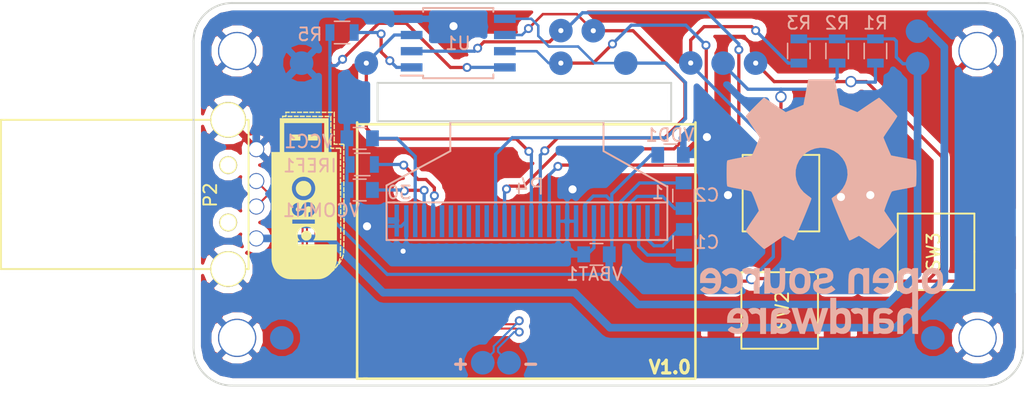
<source format=kicad_pcb>
(kicad_pcb (version 4) (host pcbnew 4.0.7)
  (layers (0 F.Cu signal) (31 B.Cu signal) (34 B.Paste user) (35 F.Paste user) (36 B.SilkS user) (37 F.SilkS user hide) (38 B.Mask user) (39 F.Mask user) (44 Edge.Cuts user))
  (net 0 "")
  (net 1 GND)
  (net 2 "Net-(C1-Pad2)")
  (net 3 "Net-(C2-Pad1)")
  (net 4 +3V3)
  (net 5 /MOSI)
  (net 6 /RST)
  (net 7 /SCLK)
  (net 8 /CS)
  (net 9 "Net-(P2-Pad1)")
  (net 10 "Net-(C1-Pad1)")
  (net 11 "Net-(C2-Pad2)")
  (net 12 "Net-(IREF1-Pad1)")
  (net 13 "Net-(P4-Pad27)")
  (net 14 "Net-(P4-Pad28)")
  (net 15 /DM1_N)
  (net 16 /DM1_P)
  (net 17 "Net-(A1-Pad1)")
  (net 18 "Net-(B1-Pad1)")
  (net 19 "Net-(NO1-Pad1)")
  (net 20 /DC)
  (net 21 "Net-(R5-Pad2)")
  (module pISO:spst (layer F.Cu) (at 155.51188 94.40942 90)
    (fp_text reference SW1 (at 0 0.2 90) (layer F.SilkS))
    (fp_text value SW_Push)
    (pad 2 smd rect (at -2.3 4.5 90) (size 1.4 2.1) (layers F.Cu F.Paste F.Mask) (net 1 GND))
    (pad 2 smd rect (at -2.3 -4.6 90) (size 1.4 2.1) (layers F.Cu F.Paste F.Mask) (net 1 GND))
    (pad 1 smd rect (at 2.3 4.6 90) (size 1.4 2.1) (layers F.Cu F.Paste F.Mask) (net 19 "Net-(NO1-Pad1)"))
    (pad 1 smd rect (at 2.3 -4.5 90) (size 1.4 2.1) (layers F.Cu F.Paste F.Mask) (net 19 "Net-(NO1-Pad1)"))
  )
  (module pISO:spst (layer F.Cu) (at 155.41188 103.60942 90)
    (fp_text reference SW2 (at 0 0.2 90) (layer F.SilkS))
    (fp_text value SW_Push)
    (pad 2 smd rect (at -2.3 4.5 90) (size 1.4 2.1) (layers F.Cu F.Paste F.Mask) (net 1 GND))
    (pad 2 smd rect (at -2.3 -4.6 90) (size 1.4 2.1) (layers F.Cu F.Paste F.Mask) (net 1 GND))
    (pad 1 smd rect (at 2.3 4.6 90) (size 1.4 2.1) (layers F.Cu F.Paste F.Mask) (net 17 "Net-(A1-Pad1)"))
    (pad 1 smd rect (at 2.3 -4.5 90) (size 1.4 2.1) (layers F.Cu F.Paste F.Mask) (net 17 "Net-(A1-Pad1)"))
  )
  (module pISO:FPC_30 (layer B.Cu) (at 135.61188 96.60942)
    (fp_text reference P4 (at 0.2 -2.7) (layer B.SilkS) (effects (font (size 1.2 1.2)) (justify mirror)))
    (fp_text value CONN_01X30)
    (fp_text user 30 (at -10 -2.25) (layer B.SilkS) (effects (justify mirror)))
    (fp_text user 1 (at 10.25 -2.25) (layer B.SilkS) (effects (justify mirror)))
    (pad 30 smd rect (at -10.2 -0.05) (size 0.35 2.5) (layers B.Cu B.Paste B.Mask) (net 1 GND))
    (pad 29 smd rect (at -9.45 0) (size 0.35 2.5) (layers B.Cu B.Paste B.Mask) (net 1 GND))
    (pad 28 smd rect (at -8.75 0) (size 0.35 2.5) (layers B.Cu B.Paste B.Mask) (net 14 "Net-(P4-Pad28)"))
    (pad 27 smd rect (at -8.05 0) (size 0.35 2.5) (layers B.Cu B.Paste B.Mask) (net 13 "Net-(P4-Pad27)"))
    (pad 26 smd rect (at -7.35 0) (size 0.35 2.5) (layers B.Cu B.Paste B.Mask) (net 12 "Net-(IREF1-Pad1)"))
    (pad 25 smd rect (at -6.65 0) (size 0.35 2.5) (layers B.Cu B.Paste B.Mask))
    (pad 24 smd rect (at -5.95 0) (size 0.35 2.5) (layers B.Cu B.Paste B.Mask))
    (pad 23 smd rect (at -5.25 0) (size 0.35 2.5) (layers B.Cu B.Paste B.Mask))
    (pad 22 smd rect (at -4.55 0) (size 0.35 2.5) (layers B.Cu B.Paste B.Mask))
    (pad 21 smd rect (at -3.85 0) (size 0.35 2.5) (layers B.Cu B.Paste B.Mask))
    (pad 20 smd rect (at -3.15 0) (size 0.35 2.5) (layers B.Cu B.Paste B.Mask))
    (pad 19 smd rect (at -2.45 0) (size 0.35 2.5) (layers B.Cu B.Paste B.Mask) (net 5 /MOSI))
    (pad 18 smd rect (at -1.75 0) (size 0.35 2.5) (layers B.Cu B.Paste B.Mask) (net 7 /SCLK))
    (pad 17 smd rect (at -1.05 0) (size 0.35 2.5) (layers B.Cu B.Paste B.Mask))
    (pad 16 smd rect (at -0.35 0) (size 0.35 2.5) (layers B.Cu B.Paste B.Mask))
    (pad 15 smd rect (at 0.35 0) (size 0.35 2.5) (layers B.Cu B.Paste B.Mask) (net 20 /DC))
    (pad 14 smd rect (at 1.05 0) (size 0.35 2.5) (layers B.Cu B.Paste B.Mask) (net 6 /RST))
    (pad 13 smd rect (at 1.75 0) (size 0.35 2.5) (layers B.Cu B.Paste B.Mask) (net 8 /CS))
    (pad 12 smd rect (at 2.45 0) (size 0.35 2.5) (layers B.Cu B.Paste B.Mask) (net 1 GND))
    (pad 11 smd rect (at 3.15 0) (size 0.35 2.5) (layers B.Cu B.Paste B.Mask) (net 1 GND))
    (pad 10 smd rect (at 3.85 0) (size 0.35 2.5) (layers B.Cu B.Paste B.Mask) (net 1 GND))
    (pad 9 smd rect (at 4.55 0) (size 0.35 2.5) (layers B.Cu B.Paste B.Mask) (net 4 +3V3))
    (pad 8 smd rect (at 5.25 0) (size 0.35 2.5) (layers B.Cu B.Paste B.Mask) (net 1 GND))
    (pad 7 smd rect (at 5.95 0) (size 0.35 2.5) (layers B.Cu B.Paste B.Mask))
    (pad 6 smd rect (at 6.65 0) (size 0.35 2.5) (layers B.Cu B.Paste B.Mask) (net 4 +3V3))
    (pad 5 smd rect (at 7.35 0) (size 0.35 2.5) (layers B.Cu B.Paste B.Mask) (net 3 "Net-(C2-Pad1)"))
    (pad 4 smd rect (at 8.05 0) (size 0.35 2.5) (layers B.Cu B.Paste B.Mask) (net 11 "Net-(C2-Pad2)"))
    (pad 3 smd rect (at 8.75 0) (size 0.35 2.5) (layers B.Cu B.Paste B.Mask) (net 10 "Net-(C1-Pad1)"))
    (pad 2 smd rect (at 9.45 0) (size 0.35 2.5) (layers B.Cu B.Paste B.Mask) (net 2 "Net-(C1-Pad2)"))
    (pad 1 smd rect (at 10.2 -0.1) (size 0.35 2.5) (layers B.Cu B.Paste B.Mask) (net 1 GND))
    (pad 0 smd rect (at -10.15 0) (size 0 0) (layers B.Cu B.Paste B.Mask))
    (pad 0 smd rect (at 10.15 0) (size 0 0) (layers B.Cu B.Paste B.Mask))
  )
  (module Capacitors_SMD:C_0805 (layer B.Cu) (at 147.91188 98.25942 90)
    (fp_text reference C1 (at 0 1.8 360) (layer B.SilkS) (effects (justify mirror)))
    (fp_text value 2.2uF)
    (pad 1 smd rect (at -1 0 90) (size 1 1.25) (layers B.Cu B.Paste B.Mask) (net 10 "Net-(C1-Pad1)"))
    (pad 2 smd rect (at 1 0 90) (size 1 1.25) (layers B.Cu B.Paste B.Mask) (net 2 "Net-(C1-Pad2)"))
  )
  (module Capacitors_SMD:C_0805 (layer B.Cu) (at 147.88688 94.60942 270)
    (fp_text reference C2 (at -0.05 -1.825 540) (layer B.SilkS) (effects (justify mirror)))
    (fp_text value 2.2uF)
    (pad 1 smd rect (at -1 0 270) (size 1 1.25) (layers B.Cu B.Paste B.Mask) (net 3 "Net-(C2-Pad1)"))
    (pad 2 smd rect (at 1 0 270) (size 1 1.25) (layers B.Cu B.Paste B.Mask) (net 11 "Net-(C2-Pad2)"))
  )
  (module Resistors_SMD:R_0805 (layer B.Cu) (at 122.71188 92.15942 180)
    (fp_text reference IREF1 (at 4.1 -0.1 180) (layer B.SilkS) (effects (justify mirror)))
    (fp_text value 390)
    (pad 1 smd rect (at -0.95 0 180) (size 0.7 1.3) (layers B.Cu B.Paste B.Mask) (net 12 "Net-(IREF1-Pad1)"))
    (pad 2 smd rect (at 0.95 0 180) (size 0.7 1.3) (layers B.Cu B.Paste B.Mask) (net 1 GND))
  )
  (module pISO:mount (layer F.Cu) (at 170.91188 83.25942)
    (fp_text reference M1 (at 0 -0.1) (layer F.SilkS))
    (fp_text value mount1)
    (pad 1 thru_hole circle (at 0 0) (size 3 3) (drill 2.8) (layers *.Cu *.Mask) (net 1 GND))
  )
  (module pISO:mount (layer F.Cu) (at 170.91188 105.75942)
    (fp_text reference M2 (at 0 0.1) (layer F.SilkS))
    (fp_text value mount1)
    (pad 1 thru_hole circle (at 0 0) (size 3 3) (drill 2.8) (layers *.Cu *.Mask) (net 1 GND))
  )
  (module pISO:mount (layer F.Cu) (at 112.91188 83.25942)
    (fp_text reference M3 (at 0.1 0.1) (layer F.SilkS))
    (fp_text value mount1)
    (pad 1 thru_hole circle (at 0 0) (size 3 3) (drill 2.8) (layers *.Cu *.Mask) (net 1 GND))
  )
  (module pISO:mount (layer F.Cu) (at 112.91188 105.75942)
    (fp_text reference M4 (at 0 0) (layer F.SilkS))
    (fp_text value mount1)
    (pad 1 thru_hole circle (at 0 0) (size 3 3) (drill 2.8) (layers *.Cu *.Mask) (net 1 GND))
  )
  (module pISO:usb (layer F.Cu) (at 112.21188 94.45942 270)
    (fp_text reference P2 (at 0.1 1.4 270) (layer F.SilkS))
    (fp_text value USB_A)
    (pad 4 thru_hole circle (at -3.5 -2.2 270) (size 1.25 1.25) (drill 1.1) (layers *.Cu *.Mask) (net 1 GND))
    (pad 1 thru_hole circle (at 3.5 -2.2 270) (size 1.25 1.25) (drill 1.1) (layers *.Cu *.Mask) (net 9 "Net-(P2-Pad1)"))
    (pad 2 thru_hole circle (at 1 -2.2 270) (size 1.25 1.25) (drill 1.1) (layers *.Cu *.Mask) (net 15 /DM1_N))
    (pad 3 thru_hole circle (at -1 -2.2 270) (size 1.25 1.25) (drill 1.1) (layers *.Cu *.Mask) (net 16 /DM1_P))
    (pad 5 thru_hole circle (at -5.8 0 270) (size 2.8 2.8) (drill 2.6) (layers *.Cu *.Mask F.SilkS) (net 1 GND))
    (pad 5 thru_hole circle (at 5.9 0 270) (size 2.8 2.8) (drill 2.6) (layers *.Cu *.Mask F.SilkS) (net 1 GND))
    (pad 6 thru_hole circle (at 2.25 0 270) (size 1.4 1.4) (drill 1.2) (layers *.Cu *.Mask F.SilkS))
    (pad 6 thru_hole circle (at -2.25 0 270) (size 1.4 1.4) (drill 1.2) (layers *.Cu *.Mask F.SilkS))
  )
  (module Resistors_SMD:R_0805 (layer B.Cu) (at 159.91188 83.25942 270)
    (fp_text reference R1 (at -2.2 -3 360) (layer B.SilkS) (effects (justify mirror)))
    (fp_text value 10k)
    (pad 1 smd rect (at -0.95 0 270) (size 0.7 1.3) (layers B.Cu B.Paste B.Mask) (net 4 +3V3))
    (pad 2 smd rect (at 0.95 0 270) (size 0.7 1.3) (layers B.Cu B.Paste B.Mask) (net 19 "Net-(NO1-Pad1)"))
  )
  (module Resistors_SMD:R_0805 (layer B.Cu) (at 156.91188 83.25942 270)
    (fp_text reference R2 (at -2.2 -3 360) (layer B.SilkS) (effects (justify mirror)))
    (fp_text value 10k)
    (pad 1 smd rect (at -0.95 0 270) (size 0.7 1.3) (layers B.Cu B.Paste B.Mask) (net 4 +3V3))
    (pad 2 smd rect (at 0.95 0 270) (size 0.7 1.3) (layers B.Cu B.Paste B.Mask) (net 17 "Net-(A1-Pad1)"))
  )
  (module Resistors_SMD:R_0805 (layer B.Cu) (at 162.91188 83.25942 270)
    (fp_text reference R3 (at -2.2 6 360) (layer B.SilkS) (effects (justify mirror)))
    (fp_text value 10k)
    (pad 1 smd rect (at -0.95 0 270) (size 0.7 1.3) (layers B.Cu B.Paste B.Mask) (net 4 +3V3))
    (pad 2 smd rect (at 0.95 0 270) (size 0.7 1.3) (layers B.Cu B.Paste B.Mask) (net 18 "Net-(B1-Pad1)"))
  )
  (module Resistors_SMD:R_0805 (layer B.Cu) (at 121.13188 81.80942)
    (fp_text reference R5 (at -2.52 0.15) (layer B.SilkS) (effects (justify mirror)))
    (fp_text value 10k)
    (pad 1 smd rect (at -0.95 0) (size 0.7 1.3) (layers B.Cu B.Paste B.Mask) (net 4 +3V3))
    (pad 2 smd rect (at 0.95 0) (size 0.7 1.3) (layers B.Cu B.Paste B.Mask) (net 21 "Net-(R5-Pad2)"))
  )
  (module Capacitors_SMD:C_0805 (layer B.Cu) (at 141.06188 99.20942)
    (fp_text reference VBAT1 (at -0.15 1.55) (layer B.SilkS) (effects (justify mirror)))
    (fp_text value 2.2uF)
    (pad 1 smd rect (at -1 0) (size 1 1.25) (layers B.Cu B.Paste B.Mask) (net 1 GND))
    (pad 2 smd rect (at 1 0) (size 1 1.25) (layers B.Cu B.Paste B.Mask) (net 4 +3V3))
  )
  (module Capacitors_SMD:C_0805 (layer B.Cu) (at 122.51188 90.10942)
    (fp_text reference VCC1 (at -4 0.25) (layer B.SilkS) (effects (justify mirror)))
    (fp_text value 10uF)
    (pad 1 smd rect (at -1 0) (size 1 1.25) (layers B.Cu B.Paste B.Mask) (net 1 GND))
    (pad 2 smd rect (at 1 0) (size 1 1.25) (layers B.Cu B.Paste B.Mask) (net 14 "Net-(P4-Pad28)"))
  )
  (module Capacitors_SMD:C_0805 (layer B.Cu) (at 122.51188 94.15942)
    (fp_text reference VCOMH1 (at -3 1.6 180) (layer B.SilkS) (effects (justify mirror)))
    (fp_text value 2.2uF)
    (pad 1 smd rect (at -1 0) (size 1 1.25) (layers B.Cu B.Paste B.Mask) (net 1 GND))
    (pad 2 smd rect (at 1 0) (size 1 1.25) (layers B.Cu B.Paste B.Mask) (net 13 "Net-(P4-Pad27)"))
  )
  (module Capacitors_SMD:C_0805 (layer B.Cu) (at 146.86188 91.40942 180)
    (fp_text reference VDD1 (at 0.05 1.55 180) (layer B.SilkS) (effects (justify mirror)))
    (fp_text value 2.2uF)
    (pad 1 smd rect (at -1 0 180) (size 1 1.25) (layers B.Cu B.Paste B.Mask) (net 1 GND))
    (pad 2 smd rect (at 1 0 180) (size 1 1.25) (layers B.Cu B.Paste B.Mask) (net 4 +3V3))
  )
  (module pISO:spst (layer F.Cu) (at 167.66188 99.00942 270)
    (fp_text reference SW3 (at 0 0.2 270) (layer F.SilkS))
    (fp_text value SW_Push)
    (pad 2 smd rect (at -2.3 4.5 270) (size 1.4 2.1) (layers F.Cu F.Paste F.Mask) (net 1 GND))
    (pad 2 smd rect (at -2.3 -4.6 270) (size 1.4 2.1) (layers F.Cu F.Paste F.Mask) (net 1 GND))
    (pad 1 smd rect (at 2.3 4.6 270) (size 1.4 2.1) (layers F.Cu F.Paste F.Mask) (net 18 "Net-(B1-Pad1)"))
    (pad 1 smd rect (at 2.3 -4.5 270) (size 1.4 2.1) (layers F.Cu F.Paste F.Mask) (net 18 "Net-(B1-Pad1)"))
  )
  (module Housings_SOIC:SOIJ-8_5.3x5.3mm_Pitch1.27mm (layer B.Cu) (at 130.23188 82.63942)
    (fp_text reference U1 (at -0.02 0.02) (layer B.SilkS) (effects (justify mirror)))
    (fp_text value ATTINY25/45/85)
    (pad 1 smd rect (at -3.65 1.905) (size 1.7 0.65) (layers B.Cu B.Paste B.Mask) (net 21 "Net-(R5-Pad2)"))
    (pad 2 smd rect (at -3.65 0.635) (size 1.7 0.65) (layers B.Cu B.Paste B.Mask) (net 8 /CS))
    (pad 3 smd rect (at -3.65 -0.635) (size 1.7 0.65) (layers B.Cu B.Paste B.Mask) (net 20 /DC))
    (pad 4 smd rect (at -3.65 -1.905) (size 1.7 0.65) (layers B.Cu B.Paste B.Mask) (net 1 GND))
    (pad 5 smd rect (at 3.65 -1.905) (size 1.7 0.65) (layers B.Cu B.Paste B.Mask) (net 5 /MOSI))
    (pad 6 smd rect (at 3.65 -0.635) (size 1.7 0.65) (layers B.Cu B.Paste B.Mask) (net 6 /RST))
    (pad 7 smd rect (at 3.65 0.635) (size 1.7 0.65) (layers B.Cu B.Paste B.Mask) (net 7 /SCLK))
    (pad 8 smd rect (at 3.65 1.905) (size 1.7 0.65) (layers B.Cu B.Paste B.Mask) (net 4 +3V3))
  )
  (module pISO:SLP (layer F.Cu) (at 167.41188 105.75942)
    (fp_text reference W1 hide)
    (fp_text value ExtraPOGO)
    (pad 1 smd circle (at 0 0) (size 1.85 1.85) (layers B.Cu B.Paste B.Mask))
  )
  (module pISO:SLP (layer F.Cu) (at 116.41188 105.75942)
    (fp_text reference W2 hide)
    (fp_text value ExtraPOGO)
    (pad 1 smd circle (at 0 0) (size 1.85 1.85) (layers B.Cu B.Paste B.Mask))
  )
  (module pISO:LOGO (layer F.Cu) (at 118.51188 94.55942 90)
    (fp_text reference DNP1 hide)
    (fp_text value LOGO hide)
  )
  (module pISO:SLP (layer B.Cu) (at 134.21188 107.70942)
    (fp_text reference W14 hide)
    (fp_text value D_N)
    (pad 1 smd circle (at 0 0) (size 1.85 1.85) (layers B.Cu B.Paste B.Mask) (net 15 /DM1_N))
  )
  (module pISO:SLP (layer B.Cu) (at 132.15188 107.70942)
    (fp_text reference W15 hide)
    (fp_text value D_P)
    (pad 1 smd circle (at 0 0) (size 1.85 1.85) (layers B.Cu B.Paste B.Mask) (net 16 /DM1_P))
  )
  (module pISO:SLP (layer B.Cu) (at 148.44188 84.19942)
    (fp_text reference A1 hide)
    (fp_text value VDD5)
    (pad 1 smd circle (at 0 0) (size 1.85 1.85) (layers B.Cu B.Paste B.Mask) (net 17 "Net-(A1-Pad1)"))
  )
  (module pISO:SLP (layer B.Cu) (at 153.52188 84.20942)
    (fp_text reference B1 hide)
    (fp_text value VDD5)
    (pad 1 smd circle (at 0 0) (size 1.85 1.85) (layers B.Cu B.Paste B.Mask) (net 18 "Net-(B1-Pad1)"))
  )
  (module pISO:SLP (layer B.Cu) (at 150.98188 84.20942)
    (fp_text reference NO1 hide)
    (fp_text value VDD5)
    (pad 1 smd circle (at 0 0) (size 1.85 1.85) (layers B.Cu B.Paste B.Mask) (net 19 "Net-(NO1-Pad1)"))
  )
  (module pISO:SLP (layer B.Cu) (at 166.21188 81.70942)
    (fp_text reference W5 hide)
    (fp_text value POWER)
    (pad 1 smd circle (at 0 0) (size 1.85 1.85) (layers B.Cu B.Paste B.Mask) (net 9 "Net-(P2-Pad1)"))
  )
  (module pISO:SLP (layer B.Cu) (at 140.81188 81.66942)
    (fp_text reference W7 hide)
    (fp_text value RST)
    (pad 1 smd circle (at 0 0) (size 1.85 1.85) (layers B.Cu B.Paste B.Mask) (net 6 /RST))
  )
  (module pISO:SLP (layer B.Cu) (at 138.27188 81.65942)
    (fp_text reference W8 hide)
    (fp_text value CS)
    (pad 1 smd circle (at 0 0) (size 1.85 1.85) (layers B.Cu B.Paste B.Mask) (net 8 /CS))
  )
  (module pISO:SLP (layer B.Cu) (at 143.35188 84.20942)
    (fp_text reference W9 hide)
    (fp_text value MOSI)
    (pad 1 smd circle (at 0 0) (size 1.85 1.85) (layers B.Cu B.Paste B.Mask) (net 5 /MOSI))
  )
  (module pISO:SLP (layer B.Cu) (at 138.27188 84.21942)
    (fp_text reference W10 hide)
    (fp_text value SCLK)
    (pad 1 smd circle (at 0 0) (size 1.85 1.85) (layers B.Cu B.Paste B.Mask) (net 7 /SCLK))
  )
  (module pISO:SLP (layer B.Cu) (at 123.03188 84.20942)
    (fp_text reference W11 hide)
    (fp_text value DC)
    (pad 1 smd circle (at 0 0) (size 1.85 1.85) (layers B.Cu B.Paste B.Mask) (net 20 /DC))
  )
  (module pISO:SLP (layer B.Cu) (at 117.96188 84.20942)
    (fp_text reference W12 hide)
    (fp_text value GND)
    (pad 1 smd circle (at 0 0) (size 1.85 1.85) (layers B.Cu B.Paste B.Mask) (net 1 GND))
  )
  (module pISO:SLP (layer B.Cu) (at 166.21188 84.25942)
    (fp_text reference W13 hide)
    (fp_text value 3V3)
    (pad 1 smd circle (at 0 0) (size 1.85 1.85) (layers B.Cu B.Paste B.Mask) (net 4 +3V3))
  )
  (module Symbols:OSHW-Logo_19x20mm_SilkScreen (layer B.Cu) (at 158.71188 95.45942 180)
    (fp_text reference REF*** hide)
    (fp_text value OSHW-Logo_19x20mm_SilkScreen hide)
  )
  (gr_text V1.0 (at 146.81188 108.05942) (layer F.SilkS) (effects (font (size 1 1) (thickness 0.25))))
  (gr_text + (at 130.41188 107.75942) (layer B.SilkS) (effects (font (size 1 1) (thickness 0.25))))
  (gr_text - (at 135.91188 107.75942) (layer B.SilkS) (effects (font (size 1 1) (thickness 0.25))))
  (gr_line (start 148.66188 89.00942) (end 122.41188 89.00942) (angle 90) (layer F.SilkS) (width 0.2))
  (gr_line (start 146.91188 85.75942) (end 146.91188 88.75942) (angle 90) (layer Edge.Cuts) (width 0.15))
  (gr_line (start 123.91188 85.75942) (end 146.91188 85.75942) (angle 90) (layer Edge.Cuts) (width 0.15))
  (gr_line (start 123.91188 88.75942) (end 123.91188 85.75942) (angle 90) (layer Edge.Cuts) (width 0.15))
  (gr_line (start 146.91188 88.75942) (end 123.91188 88.75942) (angle 90) (layer Edge.Cuts) (width 0.15))
  (gr_line (start 122.31188 108.45942) (end 122.31188 108.95942) (angle 90) (layer F.SilkS) (width 0.2))
  (gr_line (start 123.11188 108.95942) (end 122.31188 108.95942) (angle 90) (layer F.SilkS) (width 0.2))
  (gr_line (start 148.81188 108.95942) (end 122.81188 108.95942) (angle 90) (layer F.SilkS) (width 0.2))
  (gr_line (start 122.31188 108.85942) (end 122.31188 88.85942) (angle 90) (layer F.SilkS) (width 0.2))
  (gr_line (start 148.81188 88.85942) (end 148.81188 108.85942) (angle 90) (layer F.SilkS) (width 0.2))
  (gr_line (start 171.5 109.5) (end 170.95 109.5) (angle 90) (layer Edge.Cuts) (width 0.15))
  (gr_line (start 174.5 106.05) (end 174.5 106.5) (angle 90) (layer Edge.Cuts) (width 0.15))
  (gr_line (start 174.5 82.5) (end 174.5 106.05) (angle 90) (layer Edge.Cuts) (width 0.15))
  (gr_line (start 112.5 109.5) (end 170.95 109.5) (angle 90) (layer Edge.Cuts) (width 0.15))
  (gr_line (start 109.5 98.5) (end 109.5 106.5) (angle 90) (layer Edge.Cuts) (width 0.15))
  (gr_line (start 112.5 79.5) (end 171 79.5) (angle 90) (layer Edge.Cuts) (width 0.15))
  (gr_line (start 109.5 98.5) (end 109.5 82.5) (angle 90) (layer Edge.Cuts) (width 0.15))
  (gr_arc (start 112.5 106.5) (end 112.5 109.5) (angle 90) (layer Edge.Cuts) (width 0.15))
  (gr_arc (start 171.5 106.5) (end 174.5 106.5) (angle 90) (layer Edge.Cuts) (width 0.15))
  (gr_line (start 171.5 79.5) (end 171 79.5) (angle 90) (layer Edge.Cuts) (width 0.15))
  (gr_arc (start 171.5 82.5) (end 171.5 79.5) (angle 90) (layer Edge.Cuts) (width 0.15))
  (gr_arc (start 112.5 82.5) (end 109.5 82.5) (angle 90) (layer Edge.Cuts) (width 0.15))
  (segment (start 126.16188 96.60942) (end 126.16188 98.70942) (width 0.254) (layer B.Cu) (net 1))
  (via (at 125.91188 98.95942) (size 0.7) (drill 0.4) (layers F.Cu B.Cu) (net 1))
  (segment (start 126.16188 98.70942) (end 125.91188 98.95942) (width 0.254) (layer B.Cu) (net 1))
  (segment (start 138.06188 96.60942) (end 138.06188 99.00942) (width 0.254) (layer B.Cu) (net 1))
  (segment (start 138.26188 99.20942) (end 140.06188 99.20942) (width 0.254) (layer B.Cu) (net 1))
  (segment (start 138.06188 99.00942) (end 138.26188 99.20942) (width 0.254) (layer B.Cu) (net 1))
  (segment (start 126.58188 80.73442) (end 124.34688 80.73442) (width 0.6) (layer B.Cu) (net 1))
  (segment (start 124.34688 80.73442) (end 124.27188 80.65942) (width 0.6) (layer B.Cu) (net 1))
  (segment (start 126.58188 80.73442) (end 129.28688 80.73442) (width 0.254) (layer B.Cu) (net 1))
  (via (at 129.86188 81.30942) (size 0.889) (drill 0.635) (layers F.Cu B.Cu) (net 1))
  (segment (start 129.28688 80.73442) (end 129.86188 81.30942) (width 0.254) (layer B.Cu) (net 1))
  (segment (start 147.86188 91.40942) (end 148.31188 91.40942) (width 0.254) (layer B.Cu) (net 1))
  (segment (start 148.31188 91.40942) (end 149.71188 90.00942) (width 0.254) (layer B.Cu) (net 1))
  (via (at 149.71188 90.00942) (size 0.889) (drill 0.635) (layers F.Cu B.Cu) (net 1))
  (segment (start 150.91188 96.70942) (end 150.91188 95.00942) (width 0.254) (layer F.Cu) (net 1))
  (via (at 151.36188 94.55942) (size 0.889) (drill 0.635) (layers F.Cu B.Cu) (net 1))
  (segment (start 150.91188 95.00942) (end 151.36188 94.55942) (width 0.254) (layer F.Cu) (net 1))
  (segment (start 163.16188 96.70942) (end 163.16188 95.20942) (width 0.254) (layer F.Cu) (net 1))
  (via (at 162.51188 94.55942) (size 0.889) (drill 0.635) (layers F.Cu B.Cu) (net 1))
  (segment (start 163.16188 95.20942) (end 162.51188 94.55942) (width 0.254) (layer F.Cu) (net 1))
  (segment (start 160.01188 96.70942) (end 160.01188 94.90942) (width 0.254) (layer F.Cu) (net 1))
  (via (at 160.21188 94.70942) (size 0.889) (drill 0.635) (layers F.Cu B.Cu) (net 1))
  (segment (start 160.01188 94.90942) (end 160.21188 94.70942) (width 0.254) (layer F.Cu) (net 1))
  (segment (start 123.08688 97.00942) (end 124.21188 97.00942) (width 0.254) (layer B.Cu) (net 1))
  (segment (start 123.08688 97.00942) (end 123.08688 97.08442) (width 0.254) (layer F.Cu) (net 1))
  (via (at 123.08688 97.00942) (size 0.889) (drill 0.635) (layers F.Cu B.Cu) (net 1))
  (segment (start 124.01188 97.00942) (end 124.21188 97.00942) (width 0.254) (layer B.Cu) (net 1))
  (segment (start 124.21188 97.00942) (end 125.41188 97.00942) (width 0.254) (layer B.Cu) (net 1))
  (segment (start 121.51188 94.15942) (end 121.51188 95.43442) (width 0.254) (layer B.Cu) (net 1))
  (segment (start 121.51188 95.43442) (end 123.08688 97.00942) (width 0.254) (layer B.Cu) (net 1))
  (segment (start 148.31188 91.40942) (end 149.62188 90.09942) (width 0.2) (layer B.Cu) (net 1))
  (segment (start 121.51188 90.10942) (end 121.51188 91.90942) (width 0.254) (layer B.Cu) (net 1))
  (segment (start 121.51188 91.90942) (end 121.76188 92.15942) (width 0.254) (layer B.Cu) (net 1))
  (segment (start 121.51188 94.15942) (end 121.51188 92.40942) (width 0.254) (layer B.Cu) (net 1))
  (segment (start 121.51188 92.40942) (end 121.76188 92.15942) (width 0.254) (layer B.Cu) (net 1))
  (segment (start 138.76188 96.60942) (end 138.76188 94.53442) (width 0.254) (layer B.Cu) (net 1))
  (segment (start 138.76188 94.53442) (end 139.18688 94.10942) (width 0.254) (layer B.Cu) (net 1))
  (via (at 139.18688 94.10942) (size 0.889) (drill 0.635) (layers F.Cu B.Cu) (net 1))
  (segment (start 125.41188 97.00942) (end 125.76188 97.00942) (width 0.254) (layer B.Cu) (net 1))
  (segment (start 125.76188 97.00942) (end 126.16188 96.60942) (width 0.254) (layer B.Cu) (net 1))
  (segment (start 140.86188 96.60942) (end 140.86188 98.68442) (width 0.254) (layer B.Cu) (net 1))
  (segment (start 140.86188 98.68442) (end 140.33688 99.20942) (width 0.254) (layer B.Cu) (net 1))
  (segment (start 140.33688 99.20942) (end 140.06188 99.20942) (width 0.254) (layer B.Cu) (net 1))
  (segment (start 138.76188 96.60942) (end 138.06188 96.60942) (width 0.254) (layer B.Cu) (net 1))
  (segment (start 139.46188 96.60942) (end 138.76188 96.60942) (width 0.254) (layer B.Cu) (net 1))
  (segment (start 140.06188 99.20942) (end 139.43688 99.20942) (width 0.254) (layer B.Cu) (net 1))
  (segment (start 138.76188 98.53442) (end 138.76188 96.60942) (width 0.254) (layer B.Cu) (net 1))
  (segment (start 139.43688 99.20942) (end 138.76188 98.53442) (width 0.254) (layer B.Cu) (net 1))
  (segment (start 114.41188 90.95942) (end 114.41188 87.75942) (width 0.6) (layer B.Cu) (net 1))
  (segment (start 114.41188 87.75942) (end 117.96188 84.20942) (width 0.6) (layer B.Cu) (net 1))
  (segment (start 147.91188 97.25942) (end 147.53688 97.25942) (width 0.254) (layer B.Cu) (net 2))
  (segment (start 147.53688 97.25942) (end 146.26188 98.53442) (width 0.254) (layer B.Cu) (net 2))
  (segment (start 146.26188 98.53442) (end 145.56188 98.53442) (width 0.254) (layer B.Cu) (net 2))
  (segment (start 145.56188 98.53442) (end 145.06188 98.03442) (width 0.254) (layer B.Cu) (net 2))
  (segment (start 145.06188 98.03442) (end 145.06188 96.60942) (width 0.254) (layer B.Cu) (net 2))
  (segment (start 148.41188 97.25942) (end 148.18688 97.25942) (width 0.254) (layer B.Cu) (net 2))
  (segment (start 147.88688 93.60942) (end 144.43688 93.60942) (width 0.254) (layer B.Cu) (net 3))
  (segment (start 144.43688 93.60942) (end 142.96188 95.08442) (width 0.254) (layer B.Cu) (net 3))
  (segment (start 142.96188 95.08442) (end 142.96188 96.60942) (width 0.254) (layer B.Cu) (net 3))
  (segment (start 166.21188 84.25942) (end 165.07188 84.25942) (width 0.254) (layer B.Cu) (net 4))
  (segment (start 164.37188 82.30942) (end 162.91188 82.30942) (width 0.254) (layer B.Cu) (net 4))
  (segment (start 164.55188 82.48942) (end 164.37188 82.30942) (width 0.254) (layer B.Cu) (net 4))
  (segment (start 164.55188 83.73942) (end 164.55188 82.48942) (width 0.254) (layer B.Cu) (net 4))
  (segment (start 165.07188 84.25942) (end 164.55188 83.73942) (width 0.254) (layer B.Cu) (net 4))
  (segment (start 120.18188 84.39942) (end 120.18188 96.28942) (width 0.254) (layer B.Cu) (net 4))
  (segment (start 120.18188 96.28942) (end 124.67188 100.77942) (width 0.254) (layer B.Cu) (net 4))
  (segment (start 124.67188 100.77942) (end 142.06188 100.77942) (width 0.254) (layer B.Cu) (net 4))
  (segment (start 130.92188 84.54942) (end 129.62188 84.54942) (width 0.254) (layer F.Cu) (net 4))
  (segment (start 123.99188 81.08942) (end 121.17188 83.90942) (width 0.254) (layer F.Cu) (net 4))
  (segment (start 126.16188 81.08942) (end 123.99188 81.08942) (width 0.254) (layer F.Cu) (net 4))
  (segment (start 129.62188 84.54942) (end 126.16188 81.08942) (width 0.254) (layer F.Cu) (net 4))
  (segment (start 120.18188 84.39942) (end 120.68188 84.39942) (width 0.254) (layer B.Cu) (net 4))
  (segment (start 130.92688 84.54442) (end 133.88188 84.54442) (width 0.254) (layer B.Cu) (net 4))
  (segment (start 130.92188 84.54942) (end 130.92688 84.54442) (width 0.254) (layer B.Cu) (net 4))
  (via (at 130.92188 84.54942) (size 0.7) (drill 0.4) (layers F.Cu B.Cu) (net 4))
  (via (at 121.17188 83.90942) (size 0.7) (drill 0.4) (layers F.Cu B.Cu) (net 4))
  (segment (start 120.68188 84.39942) (end 121.17188 83.90942) (width 0.254) (layer B.Cu) (net 4))
  (segment (start 120.18188 81.80942) (end 120.18188 84.39942) (width 0.254) (layer B.Cu) (net 4))
  (segment (start 166.21188 84.25942) (end 166.21188 100.75942) (width 0.6) (layer B.Cu) (net 4))
  (segment (start 142.06188 100.88942) (end 142.06188 100.77942) (width 0.6) (layer B.Cu) (net 4))
  (segment (start 142.06188 100.77942) (end 142.06188 99.20942) (width 0.6) (layer B.Cu) (net 4))
  (segment (start 144.31188 103.13942) (end 142.06188 100.88942) (width 0.6) (layer B.Cu) (net 4))
  (segment (start 163.83188 103.13942) (end 144.31188 103.13942) (width 0.6) (layer B.Cu) (net 4))
  (segment (start 166.21188 100.75942) (end 163.83188 103.13942) (width 0.6) (layer B.Cu) (net 4))
  (segment (start 159.91188 82.30942) (end 162.91188 82.30942) (width 0.2) (layer B.Cu) (net 4))
  (segment (start 159.91188 82.30942) (end 156.91188 82.30942) (width 0.2) (layer B.Cu) (net 4))
  (segment (start 166.21188 84.25942) (end 166.21188 83.40942) (width 0.2) (layer B.Cu) (net 4))
  (segment (start 142.26188 95.05942) (end 142.26188 96.60942) (width 0.254) (layer B.Cu) (net 4))
  (segment (start 141.83688 94.63442) (end 142.26188 95.05942) (width 0.254) (layer B.Cu) (net 4))
  (segment (start 140.81188 94.63442) (end 141.83688 94.63442) (width 0.254) (layer B.Cu) (net 4))
  (segment (start 140.16188 95.28442) (end 140.81188 94.63442) (width 0.254) (layer B.Cu) (net 4))
  (segment (start 140.16188 96.60942) (end 140.16188 95.28442) (width 0.254) (layer B.Cu) (net 4))
  (segment (start 145.86188 91.40942) (end 145.33688 91.40942) (width 0.254) (layer B.Cu) (net 4))
  (segment (start 145.33688 91.40942) (end 142.26188 94.48442) (width 0.254) (layer B.Cu) (net 4))
  (segment (start 142.26188 94.48442) (end 142.26188 96.60942) (width 0.254) (layer B.Cu) (net 4))
  (segment (start 142.26188 96.60942) (end 142.26188 99.00942) (width 0.254) (layer B.Cu) (net 4))
  (segment (start 142.26188 99.00942) (end 142.06188 99.20942) (width 0.254) (layer B.Cu) (net 4))
  (segment (start 143.35188 84.20942) (end 140.92188 84.20942) (width 0.2) (layer B.Cu) (net 5))
  (segment (start 135.95688 80.73442) (end 133.88188 80.73442) (width 0.2) (layer B.Cu) (net 5))
  (segment (start 136.50188 81.27942) (end 135.95688 80.73442) (width 0.2) (layer B.Cu) (net 5))
  (segment (start 136.50188 82.07942) (end 136.50188 81.27942) (width 0.2) (layer B.Cu) (net 5))
  (segment (start 137.33188 82.90942) (end 136.50188 82.07942) (width 0.2) (layer B.Cu) (net 5))
  (segment (start 139.62188 82.90942) (end 137.33188 82.90942) (width 0.2) (layer B.Cu) (net 5))
  (segment (start 140.92188 84.20942) (end 139.62188 82.90942) (width 0.2) (layer B.Cu) (net 5))
  (segment (start 143.35188 84.20942) (end 146.51188 84.20942) (width 0.254) (layer B.Cu) (net 5))
  (segment (start 146.51188 84.20942) (end 148.03688 85.73442) (width 0.254) (layer B.Cu) (net 5))
  (segment (start 148.03688 85.73442) (end 148.03688 88.55942) (width 0.254) (layer B.Cu) (net 5))
  (segment (start 148.03688 88.55942) (end 146.53688 90.05942) (width 0.254) (layer B.Cu) (net 5))
  (segment (start 146.53688 90.05942) (end 134.46188 90.05942) (width 0.254) (layer B.Cu) (net 5))
  (segment (start 134.46188 90.05942) (end 133.16188 91.35942) (width 0.254) (layer B.Cu) (net 5))
  (segment (start 133.16188 91.35942) (end 133.16188 96.60942) (width 0.254) (layer B.Cu) (net 5))
  (via (at 140.81188 81.66942) (size 0.7) (drill 0.4) (layers F.Cu B.Cu) (net 6))
  (segment (start 133.88188 82.00442) (end 135.22688 82.00442) (width 0.2) (layer B.Cu) (net 6))
  (segment (start 139.51188 80.36942) (end 140.81188 81.66942) (width 0.2) (layer F.Cu) (net 6))
  (segment (start 136.86188 80.36942) (end 139.51188 80.36942) (width 0.2) (layer F.Cu) (net 6))
  (segment (start 135.73188 81.49942) (end 136.86188 80.36942) (width 0.2) (layer F.Cu) (net 6))
  (via (at 135.73188 81.49942) (size 0.7) (drill 0.4) (layers F.Cu B.Cu) (net 6))
  (segment (start 135.22688 82.00442) (end 135.73188 81.49942) (width 0.2) (layer B.Cu) (net 6))
  (segment (start 140.81188 81.66942) (end 143.92188 81.66942) (width 0.254) (layer F.Cu) (net 6))
  (segment (start 143.92188 81.66942) (end 147.98688 85.73442) (width 0.254) (layer F.Cu) (net 6))
  (segment (start 147.98688 85.73442) (end 147.98688 88.48442) (width 0.254) (layer F.Cu) (net 6))
  (segment (start 147.98688 88.48442) (end 146.38688 90.08442) (width 0.254) (layer F.Cu) (net 6))
  (segment (start 146.38688 90.08442) (end 138.01188 90.08442) (width 0.254) (layer F.Cu) (net 6))
  (segment (start 138.01188 90.08442) (end 137.01188 91.08442) (width 0.254) (layer F.Cu) (net 6))
  (via (at 137.01188 91.08442) (size 0.7) (drill 0.4) (layers F.Cu B.Cu) (net 6))
  (segment (start 137.01188 91.08442) (end 136.66188 91.43442) (width 0.254) (layer B.Cu) (net 6))
  (segment (start 136.66188 91.43442) (end 136.66188 96.60942) (width 0.254) (layer B.Cu) (net 6))
  (segment (start 138.33188 84.20942) (end 138.27188 84.20942) (width 0.254) (layer F.Cu) (net 7))
  (via (at 138.27188 84.20942) (size 0.7) (drill 0.4) (layers F.Cu B.Cu) (net 7))
  (segment (start 138.27188 84.20942) (end 138.27188 84.21942) (width 0.254) (layer B.Cu) (net 7))
  (segment (start 138.27188 84.20942) (end 137.31188 84.20942) (width 0.2) (layer B.Cu) (net 7))
  (segment (start 137.31188 84.20942) (end 136.37688 83.27442) (width 0.2) (layer B.Cu) (net 7))
  (segment (start 136.37688 83.27442) (end 133.88188 83.27442) (width 0.2) (layer B.Cu) (net 7))
  (segment (start 138.33188 84.20942) (end 140.81188 84.20942) (width 0.254) (layer F.Cu) (net 7))
  (segment (start 140.81188 84.20942) (end 142.31188 82.70942) (width 0.254) (layer F.Cu) (net 7))
  (via (at 142.31188 82.70942) (size 0.7) (drill 0.4) (layers F.Cu B.Cu) (net 7))
  (segment (start 142.31188 82.70942) (end 143.78688 81.23442) (width 0.254) (layer B.Cu) (net 7))
  (segment (start 143.78688 81.23442) (end 148.06188 81.23442) (width 0.254) (layer B.Cu) (net 7))
  (segment (start 148.06188 81.23442) (end 149.63688 82.80942) (width 0.254) (layer B.Cu) (net 7))
  (via (at 149.63688 82.80942) (size 0.7) (drill 0.4) (layers F.Cu B.Cu) (net 7))
  (segment (start 149.63688 82.80942) (end 149.66188 82.83442) (width 0.254) (layer F.Cu) (net 7))
  (segment (start 149.66188 82.83442) (end 149.66188 88.40942) (width 0.254) (layer F.Cu) (net 7))
  (segment (start 149.66188 88.40942) (end 147.13688 90.93442) (width 0.254) (layer F.Cu) (net 7))
  (segment (start 147.13688 90.93442) (end 138.28688 90.93442) (width 0.254) (layer F.Cu) (net 7))
  (segment (start 138.28688 90.93442) (end 135.36188 93.85942) (width 0.254) (layer F.Cu) (net 7))
  (segment (start 135.36188 93.85942) (end 134.23688 93.85942) (width 0.254) (layer F.Cu) (net 7))
  (segment (start 134.23688 93.85942) (end 134.01188 94.08442) (width 0.254) (layer F.Cu) (net 7))
  (via (at 134.01188 94.08442) (size 0.7) (drill 0.4) (layers F.Cu B.Cu) (net 7))
  (segment (start 134.01188 94.08442) (end 133.86188 94.23442) (width 0.254) (layer B.Cu) (net 7))
  (segment (start 133.86188 94.23442) (end 133.86188 96.60942) (width 0.254) (layer B.Cu) (net 7))
  (segment (start 126.58188 83.27442) (end 131.51688 83.27442) (width 0.254) (layer B.Cu) (net 8))
  (via (at 138.27188 81.65942) (size 0.7) (drill 0.4) (layers F.Cu B.Cu) (net 8))
  (segment (start 137.39188 82.53942) (end 138.27188 81.65942) (width 0.254) (layer F.Cu) (net 8))
  (segment (start 132.25188 82.53942) (end 137.39188 82.53942) (width 0.254) (layer F.Cu) (net 8))
  (segment (start 131.75188 83.03942) (end 132.25188 82.53942) (width 0.254) (layer F.Cu) (net 8))
  (via (at 131.75188 83.03942) (size 0.7) (drill 0.4) (layers F.Cu B.Cu) (net 8))
  (segment (start 131.51688 83.27442) (end 131.75188 83.03942) (width 0.254) (layer B.Cu) (net 8))
  (segment (start 138.26188 81.66942) (end 138.27188 81.65942) (width 0.254) (layer B.Cu) (net 8))
  (segment (start 152.21188 83.15942) (end 152.21188 89.03442) (width 0.254) (layer F.Cu) (net 8))
  (segment (start 152.21188 89.03442) (end 149.03688 92.20942) (width 0.254) (layer F.Cu) (net 8))
  (segment (start 149.03688 92.20942) (end 138.13688 92.20942) (width 0.254) (layer F.Cu) (net 8))
  (segment (start 138.13688 92.20942) (end 138.03688 92.30942) (width 0.254) (layer F.Cu) (net 8))
  (via (at 138.03688 92.30942) (size 0.7) (drill 0.4) (layers F.Cu B.Cu) (net 8))
  (segment (start 138.03688 92.30942) (end 137.36188 92.98442) (width 0.254) (layer B.Cu) (net 8))
  (segment (start 137.36188 92.98442) (end 137.36188 96.60942) (width 0.254) (layer B.Cu) (net 8))
  (segment (start 138.27188 81.65942) (end 138.56188 81.65942) (width 0.254) (layer B.Cu) (net 8))
  (segment (start 138.56188 81.65942) (end 139.96188 80.25942) (width 0.254) (layer B.Cu) (net 8))
  (segment (start 139.96188 80.25942) (end 149.76188 80.25942) (width 0.254) (layer B.Cu) (net 8))
  (segment (start 149.76188 80.25942) (end 152.21188 82.70942) (width 0.254) (layer B.Cu) (net 8))
  (segment (start 152.21188 82.70942) (end 152.21188 83.15942) (width 0.254) (layer B.Cu) (net 8))
  (via (at 152.21188 83.15942) (size 0.7) (drill 0.4) (layers F.Cu B.Cu) (net 8))
  (segment (start 139.36188 102.20942) (end 124.36188 102.20942) (width 0.6) (layer B.Cu) (net 9))
  (segment (start 124.36188 102.20942) (end 120.11188 97.95942) (width 0.6) (layer B.Cu) (net 9))
  (segment (start 119.81188 97.95942) (end 120.11188 97.95942) (width 0.6) (layer B.Cu) (net 9))
  (segment (start 114.41188 97.95942) (end 119.81188 97.95942) (width 0.6) (layer B.Cu) (net 9))
  (segment (start 139.36188 102.20942) (end 140.21188 103.05942) (width 0.6) (layer B.Cu) (net 9))
  (segment (start 168.31188 82.95942) (end 167.06188 81.70942) (width 0.6) (layer B.Cu) (net 9))
  (segment (start 168.31188 101.15942) (end 168.31188 82.95942) (width 0.6) (layer B.Cu) (net 9))
  (segment (start 164.51188 104.95942) (end 168.31188 101.15942) (width 0.6) (layer B.Cu) (net 9))
  (segment (start 142.11188 104.95942) (end 164.51188 104.95942) (width 0.6) (layer B.Cu) (net 9))
  (segment (start 140.21188 103.05942) (end 142.11188 104.95942) (width 0.6) (layer B.Cu) (net 9))
  (segment (start 167.06188 81.70942) (end 166.21188 81.70942) (width 0.6) (layer B.Cu) (net 9))
  (segment (start 147.91188 99.25942) (end 145.06188 99.25942) (width 0.254) (layer B.Cu) (net 10))
  (segment (start 145.06188 99.25942) (end 144.36188 98.55942) (width 0.254) (layer B.Cu) (net 10))
  (segment (start 144.36188 98.55942) (end 144.36188 96.60942) (width 0.254) (layer B.Cu) (net 10))
  (segment (start 148.41188 99.25942) (end 147.58688 99.25942) (width 0.254) (layer B.Cu) (net 10))
  (segment (start 147.88688 95.60942) (end 147.18688 95.60942) (width 0.254) (layer B.Cu) (net 11))
  (segment (start 147.18688 95.60942) (end 146.23688 94.65942) (width 0.254) (layer B.Cu) (net 11))
  (segment (start 146.23688 94.65942) (end 144.23688 94.65942) (width 0.254) (layer B.Cu) (net 11))
  (segment (start 144.23688 94.65942) (end 143.66188 95.23442) (width 0.254) (layer B.Cu) (net 11))
  (segment (start 143.66188 95.23442) (end 143.66188 96.60942) (width 0.254) (layer B.Cu) (net 11))
  (segment (start 123.66188 92.15942) (end 125.91188 92.15942) (width 0.254) (layer B.Cu) (net 12))
  (segment (start 125.91188 92.15942) (end 125.96188 92.20942) (width 0.254) (layer B.Cu) (net 12))
  (via (at 125.96188 92.20942) (size 0.7) (drill 0.4) (layers F.Cu B.Cu) (net 12))
  (segment (start 125.96188 92.20942) (end 127.08688 93.33442) (width 0.254) (layer F.Cu) (net 12))
  (segment (start 127.08688 93.33442) (end 127.71188 93.33442) (width 0.254) (layer F.Cu) (net 12))
  (segment (start 127.71188 93.33442) (end 128.36188 93.98442) (width 0.254) (layer F.Cu) (net 12))
  (segment (start 128.36188 93.98442) (end 128.36188 94.60942) (width 0.254) (layer F.Cu) (net 12))
  (via (at 128.36188 94.60942) (size 0.7) (drill 0.4) (layers F.Cu B.Cu) (net 12))
  (segment (start 128.36188 94.60942) (end 128.26188 94.70942) (width 0.254) (layer B.Cu) (net 12))
  (segment (start 128.26188 94.70942) (end 128.26188 96.60942) (width 0.254) (layer B.Cu) (net 12))
  (via (at 126.01188 94.23442) (size 0.7) (drill 0.4) (layers F.Cu B.Cu) (net 13))
  (segment (start 123.51188 94.15942) (end 125.93688 94.15942) (width 0.254) (layer B.Cu) (net 13))
  (segment (start 125.93688 94.15942) (end 126.01188 94.23442) (width 0.254) (layer B.Cu) (net 13))
  (segment (start 126.01188 94.23442) (end 126.06188 94.18442) (width 0.254) (layer F.Cu) (net 13))
  (segment (start 126.06188 94.18442) (end 127.56188 94.18442) (width 0.254) (layer F.Cu) (net 13))
  (via (at 127.56188 94.18442) (size 0.7) (drill 0.4) (layers F.Cu B.Cu) (net 13))
  (segment (start 127.56188 94.18442) (end 127.56188 96.60942) (width 0.254) (layer B.Cu) (net 13))
  (segment (start 123.51188 90.10942) (end 125.43688 90.10942) (width 0.254) (layer B.Cu) (net 14))
  (segment (start 125.43688 90.10942) (end 126.86188 91.53442) (width 0.254) (layer B.Cu) (net 14))
  (segment (start 126.86188 91.53442) (end 126.86188 96.60942) (width 0.254) (layer B.Cu) (net 14))
  (segment (start 135.01188 105.29942) (end 134.741879 105.029419) (width 0.16) (layer F.Cu) (net 15))
  (segment (start 116.241463 94.629419) (end 115.241881 94.629419) (width 0.16) (layer F.Cu) (net 15))
  (segment (start 134.741879 105.029419) (end 130.61188 105.029419) (width 0.16) (layer F.Cu) (net 15))
  (segment (start 129.71188 105.382429) (end 129.71188 105.329419) (width 0.16) (layer F.Cu) (net 15))
  (segment (start 130.61188 105.029419) (end 130.545123 105.036941) (width 0.16) (layer F.Cu) (net 15))
  (segment (start 129.71188 105.329419) (end 129.704358 105.262663) (width 0.16) (layer F.Cu) (net 15))
  (segment (start 130.545123 105.036941) (end 130.481714 105.059129) (width 0.16) (layer F.Cu) (net 15))
  (segment (start 130.481714 105.059129) (end 130.424833 105.09487) (width 0.16) (layer F.Cu) (net 15))
  (segment (start 129.741589 105.512595) (end 129.719401 105.449186) (width 0.16) (layer F.Cu) (net 15))
  (segment (start 130.424833 105.09487) (end 130.37733 105.142373) (width 0.16) (layer F.Cu) (net 15))
  (segment (start 129.598926 105.09487) (end 129.542045 105.059129) (width 0.16) (layer F.Cu) (net 15))
  (segment (start 130.37733 105.142373) (end 130.341589 105.199254) (width 0.16) (layer F.Cu) (net 15))
  (segment (start 130.341589 105.199254) (end 130.319401 105.262663) (width 0.16) (layer F.Cu) (net 15))
  (segment (start 130.246429 105.569476) (end 130.198926 105.616979) (width 0.16) (layer F.Cu) (net 15))
  (segment (start 130.319401 105.262663) (end 130.31188 105.329419) (width 0.16) (layer F.Cu) (net 15))
  (segment (start 130.31188 105.329419) (end 130.31188 105.382429) (width 0.16) (layer F.Cu) (net 15))
  (segment (start 129.77733 105.569476) (end 129.741589 105.512595) (width 0.16) (layer F.Cu) (net 15))
  (segment (start 130.31188 105.382429) (end 130.304358 105.449186) (width 0.16) (layer F.Cu) (net 15))
  (segment (start 130.304358 105.449186) (end 130.28217 105.512595) (width 0.16) (layer F.Cu) (net 15))
  (segment (start 130.28217 105.512595) (end 130.246429 105.569476) (width 0.16) (layer F.Cu) (net 15))
  (segment (start 129.704358 105.262663) (end 129.68217 105.199254) (width 0.16) (layer F.Cu) (net 15))
  (segment (start 129.945123 105.674908) (end 129.881714 105.65272) (width 0.16) (layer F.Cu) (net 15))
  (segment (start 130.198926 105.616979) (end 130.142045 105.65272) (width 0.16) (layer F.Cu) (net 15))
  (segment (start 129.478636 105.036941) (end 129.41188 105.029419) (width 0.16) (layer F.Cu) (net 15))
  (segment (start 130.142045 105.65272) (end 130.078636 105.674908) (width 0.16) (layer F.Cu) (net 15))
  (segment (start 129.542045 105.059129) (end 129.478636 105.036941) (width 0.16) (layer F.Cu) (net 15))
  (segment (start 130.078636 105.674908) (end 130.01188 105.682429) (width 0.16) (layer F.Cu) (net 15))
  (segment (start 130.01188 105.682429) (end 129.945123 105.674908) (width 0.16) (layer F.Cu) (net 15))
  (segment (start 129.881714 105.65272) (end 129.824833 105.616979) (width 0.16) (layer F.Cu) (net 15))
  (segment (start 129.824833 105.616979) (end 129.77733 105.569476) (width 0.16) (layer F.Cu) (net 15))
  (segment (start 129.719401 105.449186) (end 129.71188 105.382429) (width 0.16) (layer F.Cu) (net 15))
  (segment (start 129.68217 105.199254) (end 129.646429 105.142373) (width 0.16) (layer F.Cu) (net 15))
  (segment (start 129.646429 105.142373) (end 129.598926 105.09487) (width 0.16) (layer F.Cu) (net 15))
  (segment (start 129.41188 105.029419) (end 119.741463 105.029419) (width 0.16) (layer F.Cu) (net 15))
  (segment (start 119.741463 105.029419) (end 118.04188 103.329836) (width 0.16) (layer F.Cu) (net 15))
  (segment (start 118.04188 103.329836) (end 118.04188 96.429836) (width 0.16) (layer F.Cu) (net 15))
  (segment (start 118.04188 96.429836) (end 116.241463 94.629419) (width 0.16) (layer F.Cu) (net 15))
  (segment (start 115.241881 94.629419) (end 114.41188 95.45942) (width 0.16) (layer F.Cu) (net 15))
  (via (at 135.01188 105.29942) (size 0.7) (drill 0.4) (layers F.Cu B.Cu) (net 15))
  (segment (start 134.612712 105.29942) (end 133.351879 106.560253) (width 0.16) (layer B.Cu) (net 15))
  (segment (start 133.351879 106.849419) (end 134.21188 107.70942) (width 0.16) (layer B.Cu) (net 15))
  (segment (start 135.01188 105.29942) (end 134.612712 105.29942) (width 0.16) (layer B.Cu) (net 15))
  (segment (start 133.351879 106.560253) (end 133.351879 106.849419) (width 0.16) (layer B.Cu) (net 15))
  (segment (start 133.35188 107.70942) (end 134.21188 107.70942) (width 0.16) (layer B.Cu) (net 15))
  (segment (start 116.382297 94.289421) (end 115.241881 94.289421) (width 0.16) (layer F.Cu) (net 16))
  (segment (start 135.01188 104.41942) (end 134.741879 104.689421) (width 0.16) (layer F.Cu) (net 16))
  (segment (start 134.741879 104.689421) (end 119.882297 104.689421) (width 0.16) (layer F.Cu) (net 16))
  (segment (start 119.882297 104.689421) (end 118.38188 103.189004) (width 0.16) (layer F.Cu) (net 16))
  (segment (start 118.38188 103.189004) (end 118.38188 96.289004) (width 0.16) (layer F.Cu) (net 16))
  (segment (start 118.38188 96.289004) (end 116.382297 94.289421) (width 0.16) (layer F.Cu) (net 16))
  (segment (start 115.241881 94.289421) (end 114.41188 93.45942) (width 0.16) (layer F.Cu) (net 16))
  (segment (start 133.011881 106.419419) (end 133.011881 106.849419) (width 0.16) (layer B.Cu) (net 16))
  (via (at 135.01188 104.41942) (size 0.7) (drill 0.4) (layers F.Cu B.Cu) (net 16))
  (segment (start 133.011881 106.849419) (end 132.15188 107.70942) (width 0.16) (layer B.Cu) (net 16))
  (segment (start 135.01188 104.41942) (end 133.011881 106.419419) (width 0.16) (layer B.Cu) (net 16))
  (segment (start 133.01188 107.70942) (end 132.15188 107.70942) (width 0.16) (layer B.Cu) (net 16))
  (segment (start 156.91188 84.20942) (end 156.08188 84.20942) (width 0.254) (layer B.Cu) (net 17))
  (via (at 148.44188 84.19942) (size 0.7) (drill 0.4) (layers F.Cu B.Cu) (net 17))
  (segment (start 148.44188 82.39942) (end 148.44188 84.19942) (width 0.254) (layer F.Cu) (net 17))
  (segment (start 149.49188 81.34942) (end 148.44188 82.39942) (width 0.254) (layer F.Cu) (net 17))
  (segment (start 153.22188 81.34942) (end 149.49188 81.34942) (width 0.254) (layer F.Cu) (net 17))
  (segment (start 153.53188 81.65942) (end 153.22188 81.34942) (width 0.254) (layer F.Cu) (net 17))
  (via (at 153.53188 81.65942) (size 0.7) (drill 0.4) (layers F.Cu B.Cu) (net 17))
  (segment (start 156.08188 84.20942) (end 153.53188 81.65942) (width 0.254) (layer B.Cu) (net 17))
  (segment (start 153.21188 101.10942) (end 159.81188 101.10942) (width 0.254) (layer F.Cu) (net 17))
  (segment (start 159.81188 101.10942) (end 160.01188 101.30942) (width 0.254) (layer F.Cu) (net 17))
  (segment (start 148.43188 84.32942) (end 154.91188 90.80942) (width 0.254) (layer B.Cu) (net 17))
  (segment (start 153.01188 101.30942) (end 150.91188 101.30942) (width 0.254) (layer F.Cu) (net 17))
  (segment (start 153.21188 101.10942) (end 153.01188 101.30942) (width 0.254) (layer F.Cu) (net 17))
  (via (at 153.21188 101.10942) (size 0.889) (drill 0.635) (layers F.Cu B.Cu) (net 17))
  (segment (start 154.91188 99.40942) (end 153.21188 101.10942) (width 0.254) (layer B.Cu) (net 17))
  (segment (start 154.91188 90.80942) (end 154.91188 99.40942) (width 0.254) (layer B.Cu) (net 17))
  (segment (start 148.43188 84.19942) (end 148.43188 84.45942) (width 0.254) (layer B.Cu) (net 17))
  (segment (start 148.43188 84.19942) (end 148.55188 84.19942) (width 0.254) (layer B.Cu) (net 17))
  (segment (start 160.99188 85.65942) (end 154.98188 85.65942) (width 0.254) (layer F.Cu) (net 18))
  (segment (start 153.53188 84.20942) (end 153.52188 84.20942) (width 0.254) (layer B.Cu) (net 18))
  (via (at 153.53188 84.20942) (size 0.7) (drill 0.4) (layers F.Cu B.Cu) (net 18))
  (segment (start 154.98188 85.65942) (end 153.53188 84.20942) (width 0.254) (layer F.Cu) (net 18))
  (segment (start 172.16188 101.30942) (end 166.96188 101.30942) (width 0.254) (layer F.Cu) (net 18))
  (segment (start 160.99188 85.65942) (end 162.21188 85.65942) (width 0.254) (layer F.Cu) (net 18))
  (segment (start 166.96188 101.30942) (end 163.06188 101.30942) (width 0.254) (layer F.Cu) (net 18))
  (segment (start 168.11188 100.15942) (end 166.96188 101.30942) (width 0.254) (layer F.Cu) (net 18))
  (segment (start 168.11188 91.55942) (end 168.11188 100.15942) (width 0.254) (layer F.Cu) (net 18))
  (segment (start 162.21188 85.65942) (end 168.11188 91.55942) (width 0.254) (layer F.Cu) (net 18))
  (segment (start 161.03188 85.69942) (end 162.91188 85.69942) (width 0.254) (layer B.Cu) (net 18))
  (segment (start 160.99188 85.65942) (end 161.03188 85.69942) (width 0.254) (layer B.Cu) (net 18))
  (via (at 160.99188 85.65942) (size 0.889) (drill 0.635) (layers F.Cu B.Cu) (net 18))
  (segment (start 162.91188 84.20942) (end 162.91188 85.69942) (width 0.254) (layer B.Cu) (net 18))
  (segment (start 162.96188 84.25942) (end 162.91188 84.20942) (width 0.2) (layer B.Cu) (net 18))
  (segment (start 155.51188 92.10942) (end 155.51188 86.85942) (width 0.254) (layer F.Cu) (net 19))
  (segment (start 155.51188 86.85942) (end 155.51188 86.25942) (width 0.254) (layer B.Cu) (net 19))
  (via (at 155.51188 86.85942) (size 0.889) (drill 0.635) (layers F.Cu B.Cu) (net 19))
  (segment (start 151.01188 92.10942) (end 155.51188 92.10942) (width 0.254) (layer F.Cu) (net 19))
  (segment (start 155.51188 92.10942) (end 160.11188 92.10942) (width 0.254) (layer F.Cu) (net 19))
  (segment (start 150.97188 84.20942) (end 150.97188 84.30942) (width 0.254) (layer B.Cu) (net 19))
  (segment (start 150.97188 84.30942) (end 152.92188 86.25942) (width 0.254) (layer B.Cu) (net 19))
  (segment (start 152.92188 86.25942) (end 155.51188 86.25942) (width 0.254) (layer B.Cu) (net 19))
  (segment (start 155.51188 86.25942) (end 157.96188 86.25942) (width 0.254) (layer B.Cu) (net 19))
  (segment (start 159.91188 85.33942) (end 158.99188 86.25942) (width 0.254) (layer B.Cu) (net 19))
  (segment (start 158.99188 86.25942) (end 157.96188 86.25942) (width 0.254) (layer B.Cu) (net 19))
  (segment (start 159.91188 84.20942) (end 159.91188 85.33942) (width 0.254) (layer B.Cu) (net 19))
  (segment (start 150.97188 84.20942) (end 151.26188 84.20942) (width 0.254) (layer B.Cu) (net 19))
  (segment (start 123.03188 87.43942) (end 123.03188 84.20942) (width 0.254) (layer F.Cu) (net 20))
  (via (at 123.03188 84.20942) (size 0.7) (drill 0.4) (layers F.Cu B.Cu) (net 20))
  (segment (start 123.03188 87.43942) (end 123.03188 89.30442) (width 0.254) (layer F.Cu) (net 20))
  (segment (start 135.96188 96.60942) (end 135.96188 91.33442) (width 0.254) (layer B.Cu) (net 20))
  (segment (start 135.76188 91.13442) (end 135.96188 91.33442) (width 0.254) (layer B.Cu) (net 20))
  (via (at 135.76188 91.13442) (size 0.7) (drill 0.4) (layers F.Cu B.Cu) (net 20))
  (segment (start 134.78688 90.15942) (end 135.76188 91.13442) (width 0.254) (layer F.Cu) (net 20))
  (segment (start 123.88688 90.15942) (end 134.78688 90.15942) (width 0.254) (layer F.Cu) (net 20))
  (segment (start 123.03188 89.30442) (end 123.88688 90.15942) (width 0.254) (layer F.Cu) (net 20))
  (segment (start 123.03188 84.20942) (end 123.03188 84.21942) (width 0.254) (layer F.Cu) (net 20))
  (segment (start 126.58188 82.00442) (end 125.22688 82.00442) (width 0.25) (layer B.Cu) (net 20))
  (segment (start 125.22688 82.00442) (end 123.03188 84.19942) (width 0.25) (layer B.Cu) (net 20))
  (segment (start 126.58188 84.54442) (end 125.39688 84.54442) (width 0.254) (layer B.Cu) (net 21))
  (segment (start 124.08188 81.80942) (end 122.08188 81.80942) (width 0.254) (layer B.Cu) (net 21))
  (segment (start 124.19188 81.91942) (end 124.08188 81.80942) (width 0.254) (layer B.Cu) (net 21))
  (via (at 124.19188 81.91942) (size 0.7) (drill 0.4) (layers F.Cu B.Cu) (net 21))
  (segment (start 124.19188 83.33942) (end 124.19188 81.91942) (width 0.254) (layer F.Cu) (net 21))
  (segment (start 124.87188 84.01942) (end 124.19188 83.33942) (width 0.254) (layer F.Cu) (net 21))
  (via (at 124.87188 84.01942) (size 0.7) (drill 0.4) (layers F.Cu B.Cu) (net 21))
  (segment (start 125.39688 84.54442) (end 124.87188 84.01942) (width 0.254) (layer B.Cu) (net 21))
  (zone (net 1) (net_name GND) (layer F.Cu) (connect_pads (clearance 0.508)) (min_thickness 0.254) (fill yes (arc_segments 16) (thermal_gap 0.508) (thermal_bridge_width 0.508))
    (polygon (pts (xy 173.91188 110.25942) (xy 109.91188 110.25942) (xy 109.91188 79.25942) (xy 173.91188 79.25942)))
  )
  (zone (net 1) (net_name GND) (layer B.Cu) (connect_pads (clearance 0.5)) (min_thickness 0.5) (fill yes (arc_segments 16) (thermal_gap 0.508) (thermal_bridge_width 0.508))
    (polygon (pts (xy 173.91188 110.25942) (xy 109.91188 110.25942) (xy 109.91188 79.25942) (xy 173.91188 79.25942)))
  )
)
</source>
